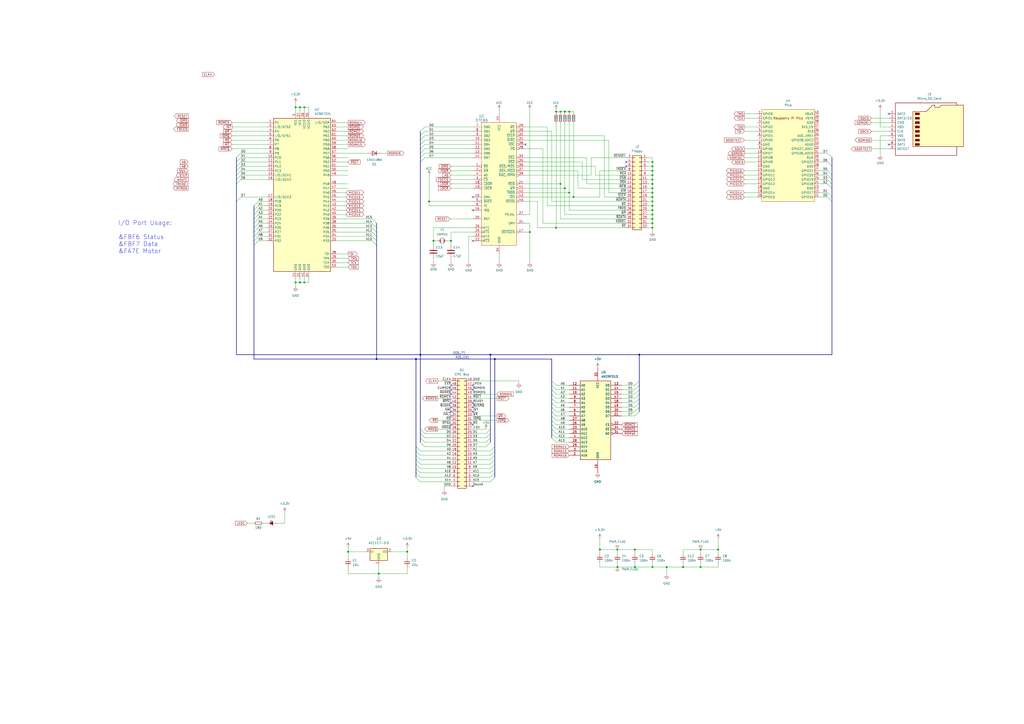
<source format=kicad_sch>
(kicad_sch (version 20230121) (generator eeschema)
  (paper "A2")
  (title_block (title "Vortex F1-D Reproduction") (date "2022-07-14"))
  (junction (at 368.3 318.77))
  (junction (at 368.3 328.93))
  (junction (at 358.14 328.93))
  (junction (at 327.66 109.22))
  (junction (at 176.53 62.23))
  (junction (at 218.44 208.28))
  (junction (at 386.715 328.93))
  (junction (at 251.46 139.7))
  (junction (at 378.46 328.93))
  (junction (at 406.4 328.93))
  (junction (at 243.84 205.74))
  (junction (at 378.46 124.46))
  (junction (at 325.12 64.77))
  (junction (at 332.74 114.3))
  (junction (at 176.53 163.83))
  (junction (at 396.24 328.93))
  (junction (at 358.14 318.77))
  (junction (at 406.4 318.77))
  (junction (at 327.66 64.77))
  (junction (at 378.46 129.54))
  (junction (at 322.58 64.77))
  (junction (at 378.46 132.08))
  (junction (at 307.34 134.62))
  (junction (at 171.45 62.23))
  (junction (at 378.46 93.98))
  (junction (at 173.99 62.23))
  (junction (at 287.02 208.28))
  (junction (at 378.46 101.6))
  (junction (at 378.46 121.92))
  (junction (at 201.93 320.04))
  (junction (at 236.22 320.04))
  (junction (at 248.92 116.84))
  (junction (at 378.46 111.76))
  (junction (at 261.62 139.7))
  (junction (at 370.84 205.74))
  (junction (at 378.46 109.22))
  (junction (at 378.46 114.3))
  (junction (at 171.45 163.83))
  (junction (at 219.71 332.74))
  (junction (at 416.56 318.77))
  (junction (at 330.2 64.77))
  (junction (at 378.46 116.84))
  (junction (at 378.46 127))
  (junction (at 378.46 99.06))
  (junction (at 378.46 96.52))
  (junction (at 173.99 163.83))
  (junction (at 378.46 104.14))
  (junction (at 330.2 111.76))
  (junction (at 347.98 318.77))
  (junction (at 284.48 205.74))
  (junction (at 241.3 208.28))
  (junction (at 322.58 132.08))
  (junction (at 378.46 106.68))
  (junction (at 378.46 119.38))
  (junction (at 325.12 106.68))
  (no_connect (at 274.32 121.92))
  (no_connect (at 363.22 96.52))
  (no_connect (at 261.62 246.38))
  (no_connect (at 304.8 83.82))
  (no_connect (at 274.32 238.76))
  (no_connect (at 274.32 281.94))
  (no_connect (at 261.62 228.6))
  (no_connect (at 261.62 241.3))
  (no_connect (at 261.62 236.22))
  (no_connect (at 274.32 139.7))
  (no_connect (at 274.32 226.06))
  (no_connect (at 274.32 236.22))
  (no_connect (at 261.62 223.52))
  (no_connect (at 261.62 238.76))
  (no_connect (at 274.32 114.3))
  (no_connect (at 261.62 233.68))
  (no_connect (at 363.22 93.98))
  (no_connect (at 274.32 223.52))
  (no_connect (at 261.62 226.06))
  (no_connect (at 515.62 83.82))
  (no_connect (at 274.32 233.68))
  (no_connect (at 274.32 246.38))
  (no_connect (at 515.62 66.04))
  (bus_entry (at 482.6 104.14) (size -2.54 -2.54))
  (bus_entry (at 370.84 228.6) (size -2.54 2.54))
  (bus_entry (at 243.84 83.82) (size 2.54 -2.54))
  (bus_entry (at 241.3 259.08) (size 2.54 2.54))
  (bus_entry (at 320.04 226.06) (size 2.54 2.54))
  (bus_entry (at 241.3 264.16) (size 2.54 2.54))
  (bus_entry (at 370.84 226.06) (size -2.54 2.54))
  (bus_entry (at 137.16 93.98) (size 2.54 -2.54))
  (bus_entry (at 482.6 91.44) (size -2.54 -2.54))
  (bus_entry (at 482.6 101.6) (size -2.54 -2.54))
  (bus_entry (at 320.04 231.14) (size 2.54 2.54))
  (bus_entry (at 320.04 246.38) (size 2.54 2.54))
  (bus_entry (at 320.04 233.68) (size 2.54 2.54))
  (bus_entry (at 320.04 236.22) (size 2.54 2.54))
  (bus_entry (at 215.9 132.08) (size 2.54 2.54))
  (bus_entry (at 370.84 233.68) (size -2.54 2.54))
  (bus_entry (at 241.3 261.62) (size 2.54 2.54))
  (bus_entry (at 215.9 129.54) (size 2.54 2.54))
  (bus_entry (at 320.04 248.92) (size 2.54 2.54))
  (bus_entry (at 370.84 223.52) (size -2.54 2.54))
  (bus_entry (at 370.84 231.14) (size -2.54 2.54))
  (bus_entry (at 137.16 106.68) (size 2.54 -2.54))
  (bus_entry (at 482.6 116.84) (size -2.54 -2.54))
  (bus_entry (at 137.16 99.06) (size 2.54 -2.54))
  (bus_entry (at 370.84 238.76) (size -2.54 2.54))
  (bus_entry (at 243.84 88.9) (size 2.54 -2.54))
  (bus_entry (at 241.3 271.78) (size 2.54 2.54))
  (bus_entry (at 320.04 220.98) (size 2.54 2.54))
  (bus_entry (at 241.3 266.7) (size 2.54 2.54))
  (bus_entry (at 370.84 236.22) (size -2.54 2.54))
  (bus_entry (at 482.6 96.52) (size -2.54 -2.54))
  (bus_entry (at 320.04 251.46) (size 2.54 2.54))
  (bus_entry (at 320.04 228.6) (size 2.54 2.54))
  (bus_entry (at 281.94 251.46) (size 2.54 -2.54))
  (bus_entry (at 320.04 254) (size 2.54 2.54))
  (bus_entry (at 482.6 109.22) (size -2.54 -2.54))
  (bus_entry (at 243.84 86.36) (size 2.54 -2.54))
  (bus_entry (at 149.86 119.38) (size -2.54 2.54))
  (bus_entry (at 482.6 114.3) (size -2.54 -2.54))
  (bus_entry (at 215.9 139.7) (size 2.54 2.54))
  (bus_entry (at 243.84 93.98) (size 2.54 -2.54))
  (bus_entry (at 137.16 101.6) (size 2.54 -2.54))
  (bus_entry (at 482.6 106.68) (size -2.54 -2.54))
  (bus_entry (at 320.04 223.52) (size 2.54 2.54))
  (bus_entry (at 243.84 78.74) (size 2.54 -2.54))
  (bus_entry (at 149.86 116.84) (size -2.54 2.54))
  (bus_entry (at 215.9 134.62) (size 2.54 2.54))
  (bus_entry (at 149.86 124.46) (size -2.54 2.54))
  (bus_entry (at 149.86 127) (size -2.54 2.54))
  (bus_entry (at 149.86 121.92) (size -2.54 2.54))
  (bus_entry (at 149.86 132.08) (size -2.54 2.54))
  (bus_entry (at 149.86 129.54) (size -2.54 2.54))
  (bus_entry (at 149.86 137.16) (size -2.54 2.54))
  (bus_entry (at 149.86 134.62) (size -2.54 2.54))
  (bus_entry (at 149.86 139.7) (size -2.54 2.54))
  (bus_entry (at 137.16 116.84) (size 2.54 -2.54))
  (bus_entry (at 215.9 127) (size 2.54 2.54))
  (bus_entry (at 215.9 137.16) (size 2.54 2.54))
  (bus_entry (at 241.3 269.24) (size 2.54 2.54))
  (bus_entry (at 320.04 243.84) (size 2.54 2.54))
  (bus_entry (at 241.3 274.32) (size 2.54 2.54))
  (bus_entry (at 137.16 104.14) (size 2.54 -2.54))
  (bus_entry (at 241.3 276.86) (size 2.54 2.54))
  (bus_entry (at 320.04 241.3) (size 2.54 2.54))
  (bus_entry (at 320.04 238.76) (size 2.54 2.54))
  (bus_entry (at 243.84 254) (size 2.54 2.54))
  (bus_entry (at 243.84 251.46) (size 2.54 2.54))
  (bus_entry (at 243.84 248.92) (size 2.54 2.54))
  (bus_entry (at 281.94 254) (size 2.54 -2.54))
  (bus_entry (at 281.94 256.54) (size 2.54 -2.54))
  (bus_entry (at 281.94 259.08) (size 2.54 -2.54))
  (bus_entry (at 243.84 256.54) (size 2.54 2.54))
  (bus_entry (at 370.84 220.98) (size -2.54 2.54))
  (bus_entry (at 243.84 81.28) (size 2.54 -2.54))
  (bus_entry (at 137.16 96.52) (size 2.54 -2.54))
  (bus_entry (at 243.84 91.44) (size 2.54 -2.54))
  (bus_entry (at 137.16 91.44) (size 2.54 -2.54))
  (bus_entry (at 243.84 76.2) (size 2.54 -2.54))
  (bus_entry (at 284.48 261.62) (size 2.54 -2.54))
  (bus_entry (at 284.48 279.4) (size 2.54 -2.54))
  (bus_entry (at 284.48 276.86) (size 2.54 -2.54))
  (bus_entry (at 284.48 274.32) (size 2.54 -2.54))
  (bus_entry (at 284.48 271.78) (size 2.54 -2.54))
  (bus_entry (at 284.48 266.7) (size 2.54 -2.54))
  (bus_entry (at 284.48 264.16) (size 2.54 -2.54))
  (bus_entry (at 284.48 269.24) (size 2.54 -2.54))
  (wire (pts (xy 304.8 111.76) (xy 330.2 111.76)))
  (wire (pts (xy 474.98 99.06) (xy 480.06 99.06)))
  (bus (pts (xy 370.84 226.06) (xy 370.84 223.52)))
  (wire (pts (xy 149.86 127) (xy 154.94 127)))
  (wire (pts (xy 201.93 106.68) (xy 195.58 106.68)))
  (wire (pts (xy 431.8 111.76) (xy 439.42 111.76)))
  (wire (pts (xy 274.32 256.54) (xy 281.94 256.54)))
  (wire (pts (xy 317.5 119.38) (xy 363.22 119.38)))
  (wire (pts (xy 274.32 261.62) (xy 284.48 261.62)))
  (wire (pts (xy 149.86 132.08) (xy 154.94 132.08)))
  (bus (pts (xy 137.16 93.98) (xy 137.16 96.52)))
  (wire (pts (xy 246.38 88.9) (xy 274.32 88.9)))
  (wire (pts (xy 195.58 129.54) (xy 215.9 129.54)))
  (wire (pts (xy 261.62 104.14) (xy 274.32 104.14)))
  (wire (pts (xy 248.92 116.84) (xy 248.92 119.38)))
  (wire (pts (xy 347.98 326.39) (xy 347.98 328.93)))
  (wire (pts (xy 353.06 111.76) (xy 353.06 81.28)))
  (bus (pts (xy 482.6 106.68) (xy 482.6 109.22)))
  (wire (pts (xy 322.58 63.5) (xy 322.58 64.77)))
  (wire (pts (xy 304.8 114.3) (xy 332.74 114.3)))
  (wire (pts (xy 173.99 62.23) (xy 171.45 62.23)))
  (wire (pts (xy 378.46 121.92) (xy 378.46 124.46)))
  (wire (pts (xy 195.58 96.52) (xy 201.93 96.52)))
  (bus (pts (xy 482.6 96.52) (xy 482.6 101.6)))
  (wire (pts (xy 274.32 231.14) (xy 288.29 231.14)))
  (wire (pts (xy 274.32 137.16) (xy 271.78 137.16)))
  (bus (pts (xy 320.04 233.68) (xy 320.04 236.22)))
  (wire (pts (xy 274.32 269.24) (xy 284.48 269.24)))
  (wire (pts (xy 271.78 137.16) (xy 271.78 152.4)))
  (wire (pts (xy 375.92 109.22) (xy 378.46 109.22)))
  (bus (pts (xy 482.6 116.84) (xy 482.6 205.74)))
  (wire (pts (xy 406.4 328.93) (xy 396.24 328.93)))
  (wire (pts (xy 134.62 73.66) (xy 154.94 73.66)))
  (wire (pts (xy 274.32 243.84) (xy 288.29 243.84)))
  (wire (pts (xy 236.22 328.93) (xy 236.22 332.74)))
  (wire (pts (xy 431.8 81.28) (xy 439.42 81.28)))
  (bus (pts (xy 243.84 205.74) (xy 243.84 248.92)))
  (bus (pts (xy 147.32 208.28) (xy 218.44 208.28)))
  (wire (pts (xy 304.8 124.46) (xy 307.34 124.46)))
  (wire (pts (xy 378.46 129.54) (xy 378.46 132.08)))
  (wire (pts (xy 257.81 284.48) (xy 257.81 281.94)))
  (wire (pts (xy 363.22 111.76) (xy 353.06 111.76)))
  (wire (pts (xy 236.22 320.04) (xy 236.22 323.85)))
  (wire (pts (xy 363.22 127) (xy 325.12 127)))
  (wire (pts (xy 149.86 124.46) (xy 154.94 124.46)))
  (bus (pts (xy 243.84 205.74) (xy 284.48 205.74)))
  (bus (pts (xy 147.32 137.16) (xy 147.32 139.7)))
  (wire (pts (xy 304.8 73.66) (xy 317.5 73.66)))
  (wire (pts (xy 201.93 147.32) (xy 195.58 147.32)))
  (wire (pts (xy 201.93 332.74) (xy 219.71 332.74)))
  (wire (pts (xy 378.46 96.52) (xy 378.46 99.06)))
  (wire (pts (xy 260.985 127) (xy 274.32 127)))
  (wire (pts (xy 195.58 139.7) (xy 215.9 139.7)))
  (bus (pts (xy 370.84 223.52) (xy 370.84 220.98)))
  (wire (pts (xy 274.32 254) (xy 281.94 254)))
  (wire (pts (xy 243.84 269.24) (xy 261.62 269.24)))
  (bus (pts (xy 482.6 91.44) (xy 482.6 96.52)))
  (wire (pts (xy 396.24 321.31) (xy 396.24 318.77)))
  (bus (pts (xy 243.84 83.82) (xy 243.84 86.36)))
  (wire (pts (xy 431.8 68.58) (xy 439.42 68.58)))
  (bus (pts (xy 218.44 208.28) (xy 241.3 208.28)))
  (wire (pts (xy 149.86 137.16) (xy 154.94 137.16)))
  (wire (pts (xy 337.82 104.14) (xy 363.22 104.14)))
  (bus (pts (xy 147.32 119.38) (xy 147.32 121.92)))
  (wire (pts (xy 322.58 64.77) (xy 322.58 66.04)))
  (bus (pts (xy 287.02 264.16) (xy 287.02 266.7)))
  (wire (pts (xy 289.56 63.5) (xy 289.56 66.04)))
  (wire (pts (xy 212.09 320.04) (xy 201.93 320.04)))
  (wire (pts (xy 505.46 81.28) (xy 515.62 81.28)))
  (wire (pts (xy 139.7 104.14) (xy 154.94 104.14)))
  (wire (pts (xy 327.66 64.77) (xy 325.12 64.77)))
  (bus (pts (xy 137.16 106.68) (xy 137.16 116.84)))
  (wire (pts (xy 347.98 99.06) (xy 363.22 99.06)))
  (wire (pts (xy 360.68 241.3) (xy 368.3 241.3)))
  (wire (pts (xy 386.715 328.93) (xy 378.46 328.93)))
  (wire (pts (xy 139.7 96.52) (xy 154.94 96.52)))
  (wire (pts (xy 347.98 318.77) (xy 358.14 318.77)))
  (wire (pts (xy 243.84 261.62) (xy 261.62 261.62)))
  (wire (pts (xy 307.34 129.54) (xy 307.34 134.62)))
  (wire (pts (xy 304.8 106.68) (xy 325.12 106.68)))
  (wire (pts (xy 274.32 274.32) (xy 284.48 274.32)))
  (wire (pts (xy 505.46 71.12) (xy 515.62 71.12)))
  (wire (pts (xy 375.92 127) (xy 378.46 127)))
  (bus (pts (xy 147.32 134.62) (xy 147.32 137.16)))
  (wire (pts (xy 251.46 132.08) (xy 251.46 139.7)))
  (wire (pts (xy 350.52 114.3) (xy 350.52 78.74)))
  (wire (pts (xy 431.8 86.36) (xy 439.42 86.36)))
  (wire (pts (xy 330.2 71.12) (xy 330.2 111.76)))
  (wire (pts (xy 176.53 163.83) (xy 173.99 163.83)))
  (wire (pts (xy 251.46 139.7) (xy 254 139.7)))
  (bus (pts (xy 241.3 259.08) (xy 241.3 261.62)))
  (wire (pts (xy 360.68 233.68) (xy 368.3 233.68)))
  (wire (pts (xy 257.81 281.94) (xy 261.62 281.94)))
  (wire (pts (xy 322.58 256.54) (xy 330.2 256.54)))
  (wire (pts (xy 322.58 132.08) (xy 363.22 132.08)))
  (wire (pts (xy 375.92 106.68) (xy 378.46 106.68)))
  (wire (pts (xy 431.8 66.04) (xy 439.42 66.04)))
  (bus (pts (xy 320.04 238.76) (xy 320.04 241.3)))
  (wire (pts (xy 236.22 320.04) (xy 236.22 317.5)))
  (wire (pts (xy 274.32 228.6) (xy 288.29 228.6)))
  (wire (pts (xy 201.93 320.04) (xy 201.93 323.85)))
  (wire (pts (xy 330.2 66.04) (xy 330.2 64.77)))
  (bus (pts (xy 320.04 208.28) (xy 320.04 220.98)))
  (wire (pts (xy 246.38 86.36) (xy 274.32 86.36)))
  (wire (pts (xy 304.8 109.22) (xy 327.66 109.22)))
  (wire (pts (xy 261.62 106.68) (xy 274.32 106.68)))
  (bus (pts (xy 287.02 261.62) (xy 287.02 264.16)))
  (wire (pts (xy 304.8 96.52) (xy 345.44 96.52)))
  (wire (pts (xy 134.62 71.12) (xy 154.94 71.12)))
  (wire (pts (xy 347.98 321.31) (xy 347.98 318.77)))
  (wire (pts (xy 474.98 93.98) (xy 480.06 93.98)))
  (wire (pts (xy 149.86 116.84) (xy 154.94 116.84)))
  (wire (pts (xy 375.92 96.52) (xy 378.46 96.52)))
  (wire (pts (xy 243.84 264.16) (xy 261.62 264.16)))
  (wire (pts (xy 322.58 231.14) (xy 330.2 231.14)))
  (bus (pts (xy 243.84 76.2) (xy 243.84 78.74)))
  (wire (pts (xy 134.62 86.36) (xy 154.94 86.36)))
  (wire (pts (xy 201.93 152.4) (xy 195.58 152.4)))
  (wire (pts (xy 246.38 251.46) (xy 261.62 251.46)))
  (wire (pts (xy 360.68 226.06) (xy 368.3 226.06)))
  (wire (pts (xy 340.36 91.44) (xy 340.36 106.68)))
  (wire (pts (xy 274.32 276.86) (xy 284.48 276.86)))
  (wire (pts (xy 474.98 88.9) (xy 480.06 88.9)))
  (wire (pts (xy 345.44 101.6) (xy 363.22 101.6)))
  (wire (pts (xy 195.58 134.62) (xy 215.9 134.62)))
  (bus (pts (xy 137.16 91.44) (xy 137.16 93.98)))
  (wire (pts (xy 431.8 73.66) (xy 439.42 73.66)))
  (bus (pts (xy 287.02 269.24) (xy 287.02 271.78)))
  (wire (pts (xy 261.62 142.24) (xy 261.62 139.7)))
  (wire (pts (xy 201.93 320.04) (xy 201.93 317.5)))
  (wire (pts (xy 200.66 121.92) (xy 195.58 121.92)))
  (wire (pts (xy 322.58 254) (xy 330.2 254)))
  (bus (pts (xy 243.84 93.98) (xy 243.84 205.74)))
  (wire (pts (xy 337.82 93.98) (xy 337.82 104.14)))
  (wire (pts (xy 416.56 321.31) (xy 416.56 318.77)))
  (wire (pts (xy 322.58 246.38) (xy 330.2 246.38)))
  (wire (pts (xy 360.68 223.52) (xy 368.3 223.52)))
  (wire (pts (xy 259.08 139.7) (xy 261.62 139.7)))
  (wire (pts (xy 246.38 83.82) (xy 274.32 83.82)))
  (wire (pts (xy 322.58 238.76) (xy 330.2 238.76)))
  (wire (pts (xy 396.24 318.77) (xy 406.4 318.77)))
  (wire (pts (xy 335.28 109.22) (xy 363.22 109.22)))
  (wire (pts (xy 431.8 114.3) (xy 439.42 114.3)))
  (wire (pts (xy 378.46 101.6) (xy 378.46 104.14)))
  (bus (pts (xy 241.3 208.28) (xy 287.02 208.28)))
  (wire (pts (xy 378.46 132.08) (xy 378.46 134.62)))
  (wire (pts (xy 330.2 111.76) (xy 330.2 121.92)))
  (bus (pts (xy 137.16 104.14) (xy 137.16 106.68)))
  (wire (pts (xy 332.74 114.3) (xy 347.98 114.3)))
  (wire (pts (xy 176.53 62.23) (xy 176.53 64.77)))
  (wire (pts (xy 378.46 119.38) (xy 378.46 121.92)))
  (wire (pts (xy 201.93 154.94) (xy 195.58 154.94)))
  (wire (pts (xy 347.98 312.42) (xy 347.98 318.77)))
  (wire (pts (xy 330.2 64.77) (xy 332.74 64.77)))
  (wire (pts (xy 406.4 321.31) (xy 406.4 318.77)))
  (wire (pts (xy 195.58 99.06) (xy 201.93 99.06)))
  (wire (pts (xy 378.46 127) (xy 378.46 129.54)))
  (wire (pts (xy 332.74 71.12) (xy 332.74 114.3)))
  (wire (pts (xy 368.3 326.39) (xy 368.3 328.93)))
  (wire (pts (xy 325.12 64.77) (xy 322.58 64.77)))
  (wire (pts (xy 386.715 328.93) (xy 386.715 333.375)))
  (bus (pts (xy 482.6 109.22) (xy 482.6 114.3)))
  (bus (pts (xy 137.16 116.84) (xy 137.16 205.74)))
  (bus (pts (xy 241.3 208.28) (xy 241.3 259.08)))
  (wire (pts (xy 248.92 119.38) (xy 274.32 119.38)))
  (wire (pts (xy 340.36 106.68) (xy 363.22 106.68)))
  (wire (pts (xy 152.4 303.53) (xy 154.94 303.53)))
  (wire (pts (xy 314.96 86.36) (xy 304.8 86.36)))
  (bus (pts (xy 320.04 236.22) (xy 320.04 238.76)))
  (wire (pts (xy 139.7 91.44) (xy 154.94 91.44)))
  (wire (pts (xy 347.98 114.3) (xy 347.98 99.06)))
  (wire (pts (xy 307.34 63.5) (xy 307.34 124.46)))
  (wire (pts (xy 474.98 101.6) (xy 480.06 101.6)))
  (wire (pts (xy 246.38 76.2) (xy 274.32 76.2)))
  (wire (pts (xy 179.07 163.83) (xy 176.53 163.83)))
  (bus (pts (xy 284.48 254) (xy 284.48 256.54)))
  (wire (pts (xy 171.45 62.23) (xy 171.45 64.77)))
  (wire (pts (xy 378.46 104.14) (xy 378.46 106.68)))
  (bus (pts (xy 241.3 274.32) (xy 241.3 276.86)))
  (wire (pts (xy 320.04 116.84) (xy 320.04 76.2)))
  (wire (pts (xy 327.66 66.04) (xy 327.66 64.77)))
  (bus (pts (xy 287.02 266.7) (xy 287.02 269.24)))
  (wire (pts (xy 375.92 121.92) (xy 378.46 121.92)))
  (wire (pts (xy 416.56 312.42) (xy 416.56 318.77)))
  (bus (pts (xy 320.04 248.92) (xy 320.04 251.46)))
  (wire (pts (xy 375.92 129.54) (xy 378.46 129.54)))
  (wire (pts (xy 322.58 243.84) (xy 330.2 243.84)))
  (bus (pts (xy 287.02 271.78) (xy 287.02 274.32)))
  (wire (pts (xy 396.24 326.39) (xy 396.24 328.93)))
  (wire (pts (xy 254 231.14) (xy 261.62 231.14)))
  (wire (pts (xy 330.2 64.77) (xy 327.66 64.77)))
  (wire (pts (xy 149.86 134.62) (xy 154.94 134.62)))
  (bus (pts (xy 241.3 271.78) (xy 241.3 274.32)))
  (bus (pts (xy 218.44 129.54) (xy 218.44 132.08)))
  (wire (pts (xy 246.38 91.44) (xy 274.32 91.44)))
  (wire (pts (xy 431.8 88.9) (xy 439.42 88.9)))
  (wire (pts (xy 396.24 328.93) (xy 386.715 328.93)))
  (wire (pts (xy 322.58 223.52) (xy 330.2 223.52)))
  (bus (pts (xy 147.32 124.46) (xy 147.32 127)))
  (wire (pts (xy 378.46 99.06) (xy 378.46 101.6)))
  (wire (pts (xy 363.22 114.3) (xy 350.52 114.3)))
  (wire (pts (xy 243.84 276.86) (xy 261.62 276.86)))
  (wire (pts (xy 139.7 101.6) (xy 154.94 101.6)))
  (wire (pts (xy 474.98 111.76) (xy 480.06 111.76)))
  (wire (pts (xy 378.46 326.39) (xy 378.46 328.93)))
  (wire (pts (xy 195.58 76.2) (xy 201.93 76.2)))
  (wire (pts (xy 195.58 83.82) (xy 201.93 83.82)))
  (wire (pts (xy 179.07 62.23) (xy 176.53 62.23)))
  (bus (pts (xy 370.84 228.6) (xy 370.84 226.06)))
  (wire (pts (xy 289.56 147.32) (xy 289.56 152.4)))
  (wire (pts (xy 304.8 91.44) (xy 340.36 91.44)))
  (wire (pts (xy 406.4 326.39) (xy 406.4 328.93)))
  (wire (pts (xy 416.56 328.93) (xy 406.4 328.93)))
  (wire (pts (xy 350.52 78.74) (xy 304.8 78.74)))
  (bus (pts (xy 287.02 274.32) (xy 287.02 276.86)))
  (wire (pts (xy 261.62 96.52) (xy 274.32 96.52)))
  (wire (pts (xy 200.66 116.84) (xy 195.58 116.84)))
  (wire (pts (xy 353.06 81.28) (xy 304.8 81.28)))
  (wire (pts (xy 246.38 254) (xy 261.62 254)))
  (wire (pts (xy 243.84 279.4) (xy 261.62 279.4)))
  (wire (pts (xy 134.62 78.74) (xy 154.94 78.74)))
  (wire (pts (xy 378.46 91.44) (xy 378.46 93.98)))
  (wire (pts (xy 261.62 101.6) (xy 274.32 101.6)))
  (bus (pts (xy 284.48 205.74) (xy 284.48 248.92)))
  (wire (pts (xy 254 220.98) (xy 261.62 220.98)))
  (wire (pts (xy 311.785 116.84) (xy 304.8 116.84)))
  (bus (pts (xy 320.04 220.98) (xy 320.04 223.52)))
  (wire (pts (xy 248.92 101.6) (xy 248.92 116.84)))
  (bus (pts (xy 137.16 101.6) (xy 137.16 104.14)))
  (wire (pts (xy 327.66 124.46) (xy 363.22 124.46)))
  (wire (pts (xy 368.3 328.93) (xy 358.14 328.93)))
  (wire (pts (xy 274.32 279.4) (xy 284.48 279.4)))
  (wire (pts (xy 171.45 59.69) (xy 171.45 62.23)))
  (wire (pts (xy 195.58 88.9) (xy 213.36 88.9)))
  (bus (pts (xy 243.84 78.74) (xy 243.84 81.28)))
  (wire (pts (xy 378.46 318.77) (xy 368.3 318.77)))
  (bus (pts (xy 241.3 261.62) (xy 241.3 264.16)))
  (wire (pts (xy 195.58 137.16) (xy 215.9 137.16)))
  (wire (pts (xy 431.8 104.14) (xy 439.42 104.14)))
  (wire (pts (xy 246.38 81.28) (xy 274.32 81.28)))
  (wire (pts (xy 325.12 66.04) (xy 325.12 64.77)))
  (wire (pts (xy 322.58 132.08) (xy 311.785 132.08)))
  (wire (pts (xy 320.04 116.84) (xy 363.22 116.84)))
  (wire (pts (xy 474.98 106.68) (xy 480.06 106.68)))
  (wire (pts (xy 378.46 111.76) (xy 378.46 114.3)))
  (wire (pts (xy 360.68 228.6) (xy 368.3 228.6)))
  (wire (pts (xy 363.22 129.54) (xy 314.96 129.54)))
  (wire (pts (xy 200.66 124.46) (xy 195.58 124.46)))
  (bus (pts (xy 370.84 238.76) (xy 370.84 236.22)))
  (wire (pts (xy 375.92 101.6) (xy 378.46 101.6)))
  (wire (pts (xy 322.58 241.3) (xy 330.2 241.3)))
  (wire (pts (xy 200.66 114.3) (xy 195.58 114.3)))
  (wire (pts (xy 378.46 124.46) (xy 378.46 127)))
  (wire (pts (xy 304.8 134.62) (xy 307.34 134.62)))
  (wire (pts (xy 176.53 62.23) (xy 173.99 62.23)))
  (bus (pts (xy 147.32 139.7) (xy 147.32 142.24)))
  (wire (pts (xy 261.62 109.22) (xy 274.32 109.22)))
  (bus (pts (xy 320.04 241.3) (xy 320.04 243.84)))
  (wire (pts (xy 139.7 99.06) (xy 154.94 99.06)))
  (wire (pts (xy 474.98 114.3) (xy 480.06 114.3)))
  (wire (pts (xy 431.8 99.06) (xy 439.42 99.06)))
  (wire (pts (xy 375.92 104.14) (xy 378.46 104.14)))
  (wire (pts (xy 248.92 116.84) (xy 274.32 116.84)))
  (wire (pts (xy 375.92 111.76) (xy 378.46 111.76)))
  (wire (pts (xy 274.32 241.3) (xy 288.29 241.3)))
  (wire (pts (xy 246.38 259.08) (xy 261.62 259.08)))
  (wire (pts (xy 134.62 81.28) (xy 154.94 81.28)))
  (wire (pts (xy 149.86 121.92) (xy 154.94 121.92)))
  (wire (pts (xy 274.32 271.78) (xy 284.48 271.78)))
  (wire (pts (xy 345.44 96.52) (xy 345.44 101.6)))
  (wire (pts (xy 195.58 93.98) (xy 201.93 93.98)))
  (wire (pts (xy 378.46 106.68) (xy 378.46 109.22)))
  (bus (pts (xy 370.84 233.68) (xy 370.84 231.14)))
  (wire (pts (xy 375.92 91.44) (xy 378.46 91.44)))
  (wire (pts (xy 195.58 73.66) (xy 201.93 73.66)))
  (wire (pts (xy 173.99 62.23) (xy 173.99 64.77)))
  (bus (pts (xy 147.32 132.08) (xy 147.32 134.62)))
  (wire (pts (xy 327.66 71.12) (xy 327.66 109.22)))
  (wire (pts (xy 134.62 83.82) (xy 154.94 83.82)))
  (bus (pts (xy 243.84 254) (xy 243.84 256.54)))
  (wire (pts (xy 165.1 303.53) (xy 165.1 297.18)))
  (wire (pts (xy 219.71 327.66) (xy 219.71 332.74)))
  (wire (pts (xy 314.96 129.54) (xy 314.96 86.36)))
  (wire (pts (xy 304.8 101.6) (xy 342.9 101.6)))
  (bus (pts (xy 370.84 236.22) (xy 370.84 233.68)))
  (wire (pts (xy 304.8 93.98) (xy 337.82 93.98)))
  (wire (pts (xy 431.8 93.98) (xy 439.42 93.98)))
  (wire (pts (xy 300.99 220.98) (xy 274.32 220.98)))
  (wire (pts (xy 243.84 271.78) (xy 261.62 271.78)))
  (wire (pts (xy 195.58 127) (xy 215.9 127)))
  (wire (pts (xy 304.8 129.54) (xy 307.34 129.54)))
  (wire (pts (xy 322.58 71.12) (xy 322.58 132.08)))
  (bus (pts (xy 482.6 205.74) (xy 370.84 205.74)))
  (wire (pts (xy 224.79 88.9) (xy 220.98 88.9)))
  (wire (pts (xy 300.99 222.25) (xy 300.99 220.98)))
  (wire (pts (xy 261.62 149.86) (xy 261.62 152.4)))
  (wire (pts (xy 251.46 139.7) (xy 251.46 142.24)))
  (wire (pts (xy 375.92 132.08) (xy 378.46 132.08)))
  (wire (pts (xy 505.46 86.36) (xy 515.62 86.36)))
  (wire (pts (xy 378.46 328.93) (xy 368.3 328.93)))
  (wire (pts (xy 171.45 161.29) (xy 171.45 163.83)))
  (wire (pts (xy 375.92 114.3) (xy 378.46 114.3)))
  (wire (pts (xy 505.46 68.58) (xy 515.62 68.58)))
  (wire (pts (xy 160.02 303.53) (xy 165.1 303.53)))
  (wire (pts (xy 274.32 259.08) (xy 281.94 259.08)))
  (wire (pts (xy 307.34 134.62) (xy 307.34 152.4)))
  (wire (pts (xy 358.14 328.93) (xy 358.14 326.39)))
  (wire (pts (xy 431.8 101.6) (xy 439.42 101.6)))
  (wire (pts (xy 171.45 163.83) (xy 173.99 163.83)))
  (wire (pts (xy 246.38 256.54) (xy 261.62 256.54)))
  (wire (pts (xy 261.62 134.62) (xy 274.32 134.62)))
  (wire (pts (xy 311.785 132.08) (xy 311.785 116.84)))
  (wire (pts (xy 332.74 66.04) (xy 332.74 64.77)))
  (bus (pts (xy 287.02 208.28) (xy 287.02 259.08)))
  (wire (pts (xy 431.8 76.2) (xy 439.42 76.2)))
  (wire (pts (xy 261.62 139.7) (xy 261.62 134.62)))
  (bus (pts (xy 137.16 205.74) (xy 243.84 205.74)))
  (bus (pts (xy 218.44 139.7) (xy 218.44 142.24)))
  (bus (pts (xy 320.04 231.14) (xy 320.04 233.68)))
  (bus (pts (xy 147.32 142.24) (xy 147.32 208.28)))
  (bus (pts (xy 370.84 231.14) (xy 370.84 228.6)))
  (wire (pts (xy 274.32 264.16) (xy 284.48 264.16)))
  (wire (pts (xy 322.58 233.68) (xy 330.2 233.68)))
  (bus (pts (xy 482.6 114.3) (xy 482.6 116.84)))
  (wire (pts (xy 322.58 236.22) (xy 330.2 236.22)))
  (bus (pts (xy 243.84 88.9) (xy 243.84 91.44)))
  (bus (pts (xy 137.16 96.52) (xy 137.16 99.06)))
  (bus (pts (xy 482.6 101.6) (xy 482.6 104.14)))
  (wire (pts (xy 304.8 76.2) (xy 320.04 76.2)))
  (wire (pts (xy 251.46 149.86) (xy 251.46 152.4)))
  (wire (pts (xy 416.56 326.39) (xy 416.56 328.93)))
  (wire (pts (xy 360.68 236.22) (xy 368.3 236.22)))
  (wire (pts (xy 243.84 266.7) (xy 261.62 266.7)))
  (wire (pts (xy 139.7 88.9) (xy 154.94 88.9)))
  (bus (pts (xy 147.32 129.54) (xy 147.32 132.08)))
  (wire (pts (xy 246.38 73.66) (xy 274.32 73.66)))
  (wire (pts (xy 201.93 149.86) (xy 195.58 149.86)))
  (bus (pts (xy 320.04 226.06) (xy 320.04 228.6)))
  (wire (pts (xy 510.54 63.5) (xy 510.54 73.66)))
  (wire (pts (xy 200.66 119.38) (xy 195.58 119.38)))
  (bus (pts (xy 243.84 251.46) (xy 243.84 254)))
  (wire (pts (xy 322.58 226.06) (xy 330.2 226.06)))
  (wire (pts (xy 375.92 99.06) (xy 378.46 99.06)))
  (wire (pts (xy 368.3 318.77) (xy 358.14 318.77)))
  (bus (pts (xy 320.04 251.46) (xy 320.04 254)))
  (bus (pts (xy 320.04 223.52) (xy 320.04 226.06)))
  (bus (pts (xy 320.04 228.6) (xy 320.04 231.14)))
  (wire (pts (xy 195.58 86.36) (xy 201.93 86.36)))
  (bus (pts (xy 218.44 132.08) (xy 218.44 134.62)))
  (wire (pts (xy 227.33 320.04) (xy 236.22 320.04)))
  (wire (pts (xy 195.58 71.12) (xy 201.93 71.12)))
  (wire (pts (xy 243.84 274.32) (xy 261.62 274.32)))
  (wire (pts (xy 176.53 161.29) (xy 176.53 163.83)))
  (wire (pts (xy 510.54 78.74) (xy 510.54 90.17)))
  (wire (pts (xy 195.58 91.44) (xy 201.93 91.44)))
  (bus (pts (xy 287.02 208.28) (xy 320.04 208.28)))
  (wire (pts (xy 201.93 109.22) (xy 195.58 109.22)))
  (wire (pts (xy 431.8 91.44) (xy 439.42 91.44)))
  (bus (pts (xy 284.48 248.92) (xy 284.48 251.46)))
  (bus (pts (xy 243.84 91.44) (xy 243.84 93.98)))
  (wire (pts (xy 322.58 228.6) (xy 330.2 228.6)))
  (wire (pts (xy 261.62 99.06) (xy 274.32 99.06)))
  (wire (pts (xy 274.32 132.08) (xy 251.46 132.08)))
  (wire (pts (xy 368.3 321.31) (xy 368.3 318.77)))
  (wire (pts (xy 274.32 251.46) (xy 281.94 251.46)))
  (wire (pts (xy 139.7 93.98) (xy 154.94 93.98)))
  (bus (pts (xy 218.44 134.62) (xy 218.44 137.16)))
  (wire (pts (xy 378.46 116.84) (xy 378.46 119.38)))
  (bus (pts (xy 137.16 99.06) (xy 137.16 101.6)))
  (wire (pts (xy 378.46 114.3) (xy 378.46 116.84)))
  (wire (pts (xy 139.7 114.3) (xy 154.94 114.3)))
  (wire (pts (xy 322.58 248.92) (xy 330.2 248.92)))
  (wire (pts (xy 149.86 119.38) (xy 154.94 119.38)))
  (wire (pts (xy 195.58 78.74) (xy 201.93 78.74)))
  (wire (pts (xy 254 248.92) (xy 261.62 248.92)))
  (wire (pts (xy 325.12 71.12) (xy 325.12 106.68)))
  (bus (pts (xy 147.32 121.92) (xy 147.32 124.46)))
  (bus (pts (xy 241.3 269.24) (xy 241.3 271.78)))
  (wire (pts (xy 134.62 76.2) (xy 154.94 76.2)))
  (wire (pts (xy 149.86 129.54) (xy 154.94 129.54)))
  (wire (pts (xy 375.92 124.46) (xy 378.46 124.46)))
  (wire (pts (xy 325.12 127) (xy 325.12 106.68)))
  (bus (pts (xy 241.3 264.16) (xy 241.3 266.7)))
  (wire (pts (xy 360.68 238.76) (xy 368.3 238.76)))
  (wire (pts (xy 201.93 101.6) (xy 195.58 101.6)))
  (bus (pts (xy 284.48 251.46) (xy 284.48 254)))
  (bus (pts (xy 320.04 246.38) (xy 320.04 248.92)))
  (wire (pts (xy 347.98 328.93) (xy 358.14 328.93)))
  (wire (pts (xy 360.68 231.14) (xy 368.3 231.14)))
  (wire (pts (xy 236.22 332.74) (xy 219.71 332.74)))
  (wire (pts (xy 335.28 99.06) (xy 335.28 109.22)))
  (wire (pts (xy 173.99 163.83) (xy 173.99 161.29)))
  (bus (pts (xy 218.44 137.16) (xy 218.44 139.7)))
  (bus (pts (xy 370.84 220.98) (xy 370.84 205.74)))
  (wire (pts (xy 406.4 318.77) (xy 416.56 318.77)))
  (wire (pts (xy 195.58 81.28) (xy 201.93 81.28)))
  (wire (pts (xy 246.38 78.74) (xy 274.32 78.74)))
  (wire (pts (xy 274.32 266.7) (xy 284.48 266.7)))
  (wire (pts (xy 378.46 109.22) (xy 378.46 111.76)))
  (wire (pts (xy 505.46 76.2) (xy 515.62 76.2)))
  (bus (pts (xy 370.84 205.74) (xy 284.48 205.74)))
  (wire (pts (xy 317.5 73.66) (xy 317.5 119.38)))
  (wire (pts (xy 358.14 318.77) (xy 358.14 321.31)))
  (wire (pts (xy 149.86 139.7) (xy 154.94 139.7)))
  (wire (pts (xy 195.58 132.08) (xy 215.9 132.08)))
  (wire (pts (xy 375.92 119.38) (xy 378.46 119.38)))
  (bus (pts (xy 243.84 86.36) (xy 243.84 88.9)))
  (wire (pts (xy 143.51 303.53) (xy 147.32 303.53)))
  (wire (pts (xy 378.46 93.98) (xy 378.46 96.52)))
  (wire (pts (xy 219.71 332.74) (xy 219.71 335.28)))
  (wire (pts (xy 342.9 91.44) (xy 363.22 91.44)))
  (wire (pts (xy 363.22 121.92) (xy 330.2 121.92)))
  (wire (pts (xy 254 243.84) (xy 261.62 243.84)))
  (wire (pts (xy 431.8 106.68) (xy 439.42 106.68)))
  (wire (pts (xy 342.9 101.6) (xy 342.9 91.44)))
  (bus (pts (xy 243.84 248.92) (xy 243.84 251.46)))
  (wire (pts (xy 378.46 321.31) (xy 378.46 318.77)))
  (bus (pts (xy 218.44 142.24) (xy 218.44 208.28)))
  (wire (pts (xy 515.62 73.66) (xy 510.54 73.66)))
  (bus (pts (xy 243.84 81.28) (xy 243.84 83.82)))
  (wire (pts (xy 179.07 161.29) (xy 179.07 163.83)))
  (bus (pts (xy 287.02 259.08) (xy 287.02 261.62)))
  (wire (pts (xy 200.66 111.76) (xy 195.58 111.76)))
  (bus (pts (xy 320.04 243.84) (xy 320.04 246.38)))
  (wire (pts (xy 375.92 93.98) (xy 378.46 93.98)))
  (bus (pts (xy 241.3 266.7) (xy 241.3 269.24)))
  (bus (pts (xy 147.32 127) (xy 147.32 129.54)))
  (wire (pts (xy 322.58 251.46) (xy 330.2 251.46)))
  (wire (pts (xy 179.07 64.77) (xy 179.07 62.23)))
  (wire (pts (xy 201.93 328.93) (xy 201.93 332.74)))
  (wire (pts (xy 327.66 109.22) (xy 327.66 124.46)))
  (wire (pts (xy 304.8 99.06) (xy 335.28 99.06)))
  (bus (pts (xy 482.6 104.14) (xy 482.6 106.68)))
  (wire (pts (xy 515.62 78.74) (xy 510.54 78.74)))
  (wire (pts (xy 375.92 116.84) (xy 378.46 116.84)))
  (wire (pts (xy 171.45 163.83) (xy 171.45 166.37)))
  (wire (pts (xy 281.94 248.92) (xy 274.32 248.92)))
  (wire (pts (xy 474.98 104.14) (xy 480.06 104.14)))
  (text "I/O Port Usage:\n\n&FBF6 Status\n&FBF7 Data\n&FA7E Motor" (at 68.58 147.32 0) (effects (font (size 2.54 2.54)) (justify left bottom)))
  (label "~{MEB}" (at 363.22 109.22 180))
  (label "A11" (at 327.66 251.46 180))
  (label "A8" (at 327.66 243.84 180))
  (label "~{HALT}" (at 261.62 241.3 180))
  (label "A4" (at 152.4 127 180))
  (label "D1" (at 480.06 111.76 180))
  (label "D3" (at 274.32 254 0))
  (label "A13" (at 274.32 276.86 0))
  (label "D1" (at 367.03 226.06 180))
  (label "D2" (at 480.06 106.68 180))
  (label "A2" (at 152.4 121.92 180))
  (label "A2" (at 327.66 228.6 180))
  (label "~{WR}" (at 274.32 241.3 0))
  (label "READY" (at 274.32 233.68 0))
  (label "A0" (at 261.62 261.62 180))
  (label "D4" (at 139.7 99.06 0))
  (label "D5" (at 367.03 236.22 180))
  (label "D1" (at 274.32 251.46 0))
  (label "~{MREQ}" (at 261.62 248.92 180))
  (label "~{WE}" (at 363.22 119.38 180))
  (label "~{BUSAK}" (at 261.62 236.22 180))
  (label "D[0..7]" (at 262.89 205.74 0))
  (label "D1" (at 248.92 76.2 0))
  (label "A11" (at 215.9 137.16 180))
  (label "A15" (at 274.32 279.4 0))
  (label "A14" (at 261.62 279.4 180))
  (label "D0" (at 367.03 223.52 180))
  (label "~{NMI}" (at 261.62 238.76 180))
  (label "A8" (at 261.62 271.78 180))
  (label "A7" (at 327.66 241.3 180))
  (label "~{RSET}" (at 274.32 231.14 0))
  (label "~{TRK0}" (at 363.22 121.92 180))
  (label "D4" (at 480.06 101.6 180))
  (label "D3" (at 480.06 104.14 180))
  (label "~{INDEX}" (at 363.22 99.06 180))
  (label "A1" (at 152.4 119.38 180))
  (label "D5" (at 480.06 99.06 180))
  (label "~{IORQ}" (at 274.32 243.84 0))
  (label "~{BUSRQ}" (at 274.32 236.22 0))
  (label "~{DSB}" (at 363.22 104.14 180))
  (label "A5" (at 274.32 266.7 0))
  (label "D6" (at 261.62 259.08 180))
  (label "D3" (at 248.92 81.28 0))
  (label "D6" (at 480.06 93.98 180))
  (label "A9" (at 274.32 271.78 0))
  (label "A13" (at 327.66 256.54 180))
  (label "D5" (at 274.32 256.54 0))
  (label "D7" (at 139.7 114.3 0))
  (label "~{RDATA}" (at 363.22 127 180))
  (label "A5" (at 327.66 236.22 180))
  (label "~{DIR}" (at 363.22 111.76 180))
  (label "~{M1}" (at 274.32 246.38 0))
  (label "CLK4" (at 261.62 220.98 180))
  (label "A3" (at 327.66 231.14 180))
  (label "A10" (at 327.66 248.92 180))
  (label "D6" (at 248.92 88.9 0))
  (label "A10" (at 215.9 139.7 180))
  (label "~{RAMRD}" (at 261.62 228.6 180))
  (label "~{DC}" (at 363.22 132.08 180))
  (label "A2" (at 261.62 264.16 180))
  (label "~{EXP}" (at 261.62 223.52 180))
  (label "A14" (at 215.9 129.54 180))
  (label "ROMDIS" (at 274.32 228.6 0))
  (label "A15" (at 215.9 127 180))
  (label "~{INT}" (at 274.32 238.76 0))
  (label "D7" (at 480.06 88.9 180))
  (label "D3" (at 367.03 231.14 180))
  (label "D2" (at 367.03 228.6 180))
  (label "A6" (at 152.4 132.08 180))
  (label "~{WDATA}" (at 363.22 116.84 180))
  (label "A1" (at 327.66 226.06 180))
  (label "~{HDSEL}" (at 363.22 129.54 180))
  (label "~{ROMEN}" (at 261.62 231.14 180))
  (label "A12" (at 261.62 276.86 180))
  (label "A8" (at 152.4 137.16 180))
  (label "A[0..15]" (at 264.16 208.28 0))
  (label "D6" (at 367.03 238.76 180))
  (label "D2" (at 248.92 78.74 0))
  (label "A0" (at 327.66 223.52 180))
  (label "A10" (at 261.62 274.32 180))
  (label "D6" (at 139.7 104.14 0))
  (label "A9" (at 327.66 246.38 180))
  (label "~{RD}" (at 261.62 243.84 180))
  (label "A6" (at 327.66 238.76 180))
  (label "D4" (at 367.03 233.68 180))
  (label "A0" (at 152.4 116.84 180))
  (label "~{STEP}" (at 363.22 114.3 180))
  (label "A6" (at 261.62 269.24 180))
  (label "CURSOR" (at 261.62 226.06 180))
  (label "D2" (at 139.7 93.98 0))
  (label "~{DSA}" (at 363.22 106.68 180))
  (label "Sound" (at 274.32 281.94 0))
  (label "~{BRST}" (at 261.62 233.68 180))
  (label "A9" (at 152.4 139.7 180))
  (label "D5" (at 139.7 101.6 0))
  (label "D2" (at 261.62 254 180))
  (label "~{DENSEL}" (at 363.22 91.44 180))
  (label "D4" (at 248.92 83.82 0))
  (label "~{MEA}" (at 363.22 101.6 180))
  (label "~{WP}" (at 363.22 124.46 180))
  (label "A3" (at 274.32 264.16 0))
  (label "D7" (at 367.03 241.3 180))
  (label "RAMDIS" (at 274.32 226.06 0))
  (label "D0" (at 248.92 73.66 0))
  (label "A13" (at 215.9 132.08 180))
  (label "LPEN" (at 274.32 223.52 0))
  (label "D1" (at 139.7 91.44 0))
  (label "A4" (at 261.62 266.7 180))
  (label "A12" (at 327.66 254 180))
  (label "~{RFSH}" (at 261.62 246.38 180))
  (label "D0" (at 261.62 251.46 180))
  (label "GND" (at 261.62 281.94 180))
  (label "A12" (at 215.9 134.62 180))
  (label "A7" (at 274.32 269.24 0))
  (label "A3" (at 152.4 124.46 180))
  (label "A5" (at 152.4 129.54 180))
  (label "D0" (at 480.06 114.3 180))
  (label "D3" (at 139.7 96.52 0))
  (label "A4" (at 327.66 233.68 180))
  (label "A1" (at 274.32 261.62 0))
  (label "D7" (at 248.92 91.44 0))
  (label "+5V" (at 274.32 248.92 0))
  (label "D5" (at 248.92 86.36 0))
  (label "D0" (at 139.7 88.9 0))
  (label "A11" (at 274.32 274.32 0))
  (label "A7" (at 152.4 134.62 180))
  (label "D4" (at 261.62 256.54 180))
  (label "GND" (at 274.32 220.98 0))
  (label "D7" (at 274.32 259.08 0))
  (global_label "PICO13" (shape bidirectional) (at 200.66 119.38 0) (property "Intersheetrefs" "${INTERSHEET_REFS}" (effects hide)))
  (global_label "WGATE" (shape output) (at 109.22 104.14 180) (property "Intersheetrefs" "${INTERSHEET_REFS}" (effects hide)))
  (global_label "SDDETECT" (shape output) (at 505.46 86.36 180) (property "Intersheetrefs" "${INTERSHEET_REFS}" (effects hide)))
  (global_label "PICO11" (shape bidirectional) (at 431.8 101.6 180) (property "Intersheetrefs" "${INTERSHEET_REFS}" (effects hide)))
  (global_label "SDMISO" (shape input) (at 431.8 91.44 180) (property "Intersheetrefs" "${INTERSHEET_REFS}" (effects hide)))
  (global_label "PICO10" (shape bidirectional) (at 431.8 99.06 180) (property "Intersheetrefs" "${INTERSHEET_REFS}" (effects hide)))
  (global_label "ROMA14" (shape output) (at 201.93 71.12 0) (property "Intersheetrefs" "${INTERSHEET_REFS}" (effects hide)))
  (global_label "SDCS" (shape input) (at 505.46 68.58 180) (property "Intersheetrefs" "${INTERSHEET_REFS}" (effects hide)))
  (global_label "~{ROMCE}" (shape input) (at 360.68 246.38 0) (property "Intersheetrefs" "${INTERSHEET_REFS}" (effects hide)))
  (global_label "~{RSET}" (shape input) (at 201.93 93.98 0) (property "Intersheetrefs" "${INTERSHEET_REFS}" (effects hide)))
  (global_label "~{RD}" (shape output) (at 254 243.84 180) (property "Intersheetrefs" "${INTERSHEET_REFS}" (effects hide)))
  (global_label "PICO13" (shape bidirectional) (at 431.8 106.68 180) (property "Intersheetrefs" "${INTERSHEET_REFS}" (effects hide)))
  (global_label "PICO14" (shape bidirectional) (at 200.66 121.92 0) (property "Intersheetrefs" "${INTERSHEET_REFS}" (effects hide)))
  (global_label "~{IORQ}" (shape output) (at 288.29 243.84 0) (property "Intersheetrefs" "${INTERSHEET_REFS}" (effects hide)))
  (global_label "TDI" (shape input) (at 431.8 76.2 180) (property "Intersheetrefs" "${INTERSHEET_REFS}" (effects hide)))
  (global_label "RESET" (shape output) (at 109.22 67.31 180) (property "Intersheetrefs" "${INTERSHEET_REFS}" (effects hide)))
  (global_label "CLK4" (shape input) (at 124.46 43.18 180) (property "Intersheetrefs" "${INTERSHEET_REFS}" (effects hide)))
  (global_label "~{IOWR}" (shape output) (at 109.22 72.39 180) (property "Intersheetrefs" "${INTERSHEET_REFS}" (effects hide)))
  (global_label "TDO" (shape output) (at 431.8 73.66 180) (property "Intersheetrefs" "${INTERSHEET_REFS}" (effects hide)))
  (global_label "~{LDOR}" (shape input) (at 261.62 106.68 180) (property "Intersheetrefs" "${INTERSHEET_REFS}" (effects hide)))
  (global_label "ROMA14" (shape input) (at 330.2 259.08 180) (property "Intersheetrefs" "${INTERSHEET_REFS}" (effects hide)))
  (global_label "SDCK" (shape input) (at 505.46 76.2 180) (property "Intersheetrefs" "${INTERSHEET_REFS}" (effects hide)))
  (global_label "A9" (shape input) (at 109.22 93.98 180) (property "Intersheetrefs" "${INTERSHEET_REFS}" (effects hide)))
  (global_label "PICO12" (shape bidirectional) (at 200.66 116.84 0) (property "Intersheetrefs" "${INTERSHEET_REFS}" (effects hide)))
  (global_label "PICO12" (shape bidirectional) (at 431.8 104.14 180) (property "Intersheetrefs" "${INTERSHEET_REFS}" (effects hide)))
  (global_label "TRK00" (shape input) (at 109.22 106.68 180) (property "Intersheetrefs" "${INTERSHEET_REFS}" (effects hide)))
  (global_label "~{ROMCE}" (shape output) (at 201.93 76.2 0) (property "Intersheetrefs" "${INTERSHEET_REFS}" (effects hide)))
  (global_label "RESET" (shape input) (at 260.985 127 180) (property "Intersheetrefs" "${INTERSHEET_REFS}" (effects hide)))
  (global_label "~{LDCR}" (shape input) (at 261.62 109.22 180) (property "Intersheetrefs" "${INTERSHEET_REFS}" (effects hide)))
  (global_label "SDDETECT" (shape input) (at 431.8 81.28 180) (property "Intersheetrefs" "${INTERSHEET_REFS}" (effects hide)))
  (global_label "SDMOSI" (shape output) (at 431.8 88.9 180) (property "Intersheetrefs" "${INTERSHEET_REFS}" (effects hide)))
  (global_label "PICO10" (shape bidirectional) (at 200.66 114.3 0) (property "Intersheetrefs" "${INTERSHEET_REFS}" (effects hide)))
  (global_label "TMS" (shape input) (at 201.93 149.86 0) (property "Intersheetrefs" "${INTERSHEET_REFS}" (effects hide)))
  (global_label "SDCK" (shape output) (at 431.8 86.36 180) (property "Intersheetrefs" "${INTERSHEET_REFS}" (effects hide)))
  (global_label "SDCS" (shape output) (at 431.8 93.98 180) (property "Intersheetrefs" "${INTERSHEET_REFS}" (effects hide)))
  (global_label "PICO11" (shape bidirectional) (at 200.66 111.76 0) (property "Intersheetrefs" "${INTERSHEET_REFS}" (effects hide)))
  (global_label "A8" (shape input) (at 109.22 96.52 180) (property "Intersheetrefs" "${INTERSHEET_REFS}" (effects hide)))
  (global_label "CLK4" (shape output) (at 254 220.98 180) (property "Intersheetrefs" "${INTERSHEET_REFS}" (effects hide)))
  (global_label "~{FDCCS}" (shape input) (at 261.62 104.14 180) (property "Intersheetrefs" "${INTERSHEET_REFS}" (effects hide)))
  (global_label "PICO15" (shape bidirectional) (at 431.8 114.3 180) (property "Intersheetrefs" "${INTERSHEET_REFS}" (effects hide)))
  (global_label "~{WR}" (shape output) (at 288.29 241.3 0) (property "Intersheetrefs" "${INTERSHEET_REFS}" (effects hide)))
  (global_label "MTRON" (shape output) (at 109.22 109.22 180) (property "Intersheetrefs" "${INTERSHEET_REFS}" (effects hide)))
  (global_label "A0" (shape input) (at 261.62 101.6 180) (property "Intersheetrefs" "${INTERSHEET_REFS}" (effects hide)))
  (global_label "ROMA16" (shape output) (at 201.93 81.28 0) (property "Intersheetrefs" "${INTERSHEET_REFS}" (effects hide)))
  (global_label "~{ROMEN}" (shape output) (at 254 231.14 180) (property "Intersheetrefs" "${INTERSHEET_REFS}" (effects hide)))
  (global_label "ROMDIS" (shape input) (at 288.29 228.6 0) (property "Intersheetrefs" "${INTERSHEET_REFS}" (effects hide)))
  (global_label "~{IOWR}" (shape input) (at 261.62 99.06 180) (property "Intersheetrefs" "${INTERSHEET_REFS}" (effects hide)))
  (global_label "TDO" (shape input) (at 201.93 154.94 0) (property "Intersheetrefs" "${INTERSHEET_REFS}" (effects hide)))
  (global_label "~{MREQ}" (shape input) (at 134.62 86.36 180) (property "Intersheetrefs" "${INTERSHEET_REFS}" (effects hide)))
  (global_label "~{IORD}" (shape output) (at 109.22 69.85 180) (property "Intersheetrefs" "${INTERSHEET_REFS}" (effects hide)))
  (global_label "LED1" (shape input) (at 143.51 303.53 180) (property "Intersheetrefs" "${INTERSHEET_REFS}" (effects hide)))
  (global_label "~{WR}" (shape input) (at 134.62 76.2 180) (property "Intersheetrefs" "${INTERSHEET_REFS}" (effects hide)))
  (global_label "~{IORD}" (shape input) (at 261.62 96.52 180) (property "Intersheetrefs" "${INTERSHEET_REFS}" (effects hide)))
  (global_label "SDMISO" (shape output) (at 505.46 81.28 180) (property "Intersheetrefs" "${INTERSHEET_REFS}" (effects hide)))
  (global_label "ROMA15" (shape input) (at 330.2 261.62 180) (property "Intersheetrefs" "${INTERSHEET_REFS}" (effects hide)))
  (global_label "~{M1}" (shape input) (at 134.62 83.82 180) (property "Intersheetrefs" "${INTERSHEET_REFS}" (effects hide)))
  (global_label "~{IORQ}" (shape input) (at 134.62 78.74 180) (property "Intersheetrefs" "${INTERSHEET_REFS}" (effects hide)))
  (global_label "ROMA15" (shape output) (at 201.93 83.82 0) (property "Intersheetrefs" "${INTERSHEET_REFS}" (effects hide)))
  (global_label "~{FDCCS}" (shape output) (at 109.22 74.93 180) (property "Intersheetrefs" "${INTERSHEET_REFS}" (effects hide)))
  (global_label "~{INT}" (shape output) (at 134.62 73.66 180) (property "Intersheetrefs" "${INTERSHEET_REFS}" (effects hide)))
  (global_label "ROMDIS" (shape output) (at 224.79 88.9 0) (property "Intersheetrefs" "${INTERSHEET_REFS}" (effects hide)))
  (global_label "TCK" (shape input) (at 201.93 152.4 0) (property "Intersheetrefs" "${INTERSHEET_REFS}" (effects hide)))
  (global_label "PICO15" (shape bidirectional) (at 200.66 124.46 0) (property "Intersheetrefs" "${INTERSHEET_REFS}" (effects hide)))
  (global_label "TCK" (shape output) (at 431.8 68.58 180) (property "Intersheetrefs" "${INTERSHEET_REFS}" (effects hide)))
  (global_label "TMS" (shape output) (at 431.8 66.04 180) (property "Intersheetrefs" "${INTERSHEET_REFS}" (effects hide)))
  (global_label "~{RSET}" (shape output) (at 288.29 231.14 0) (property "Intersheetrefs" "${INTERSHEET_REFS}" (effects hide)))
  (global_label "TDI" (shape output) (at 201.93 147.32 0) (property "Intersheetrefs" "${INTERSHEET_REFS}" (effects hide)))
  (global_label "PICO14" (shape bidirectional) (at 431.8 111.76 180) (property "Intersheetrefs" "${INTERSHEET_REFS}" (effects hide)))
  (global_label "STEP" (shape output) (at 109.22 101.6 180) (property "Intersheetrefs" "${INTERSHEET_REFS}" (effects hide)))
  (global_label "~{ROMWE}" (shape output) (at 201.93 78.74 0) (property "Intersheetrefs" "${INTERSHEET_REFS}" (effects hide)))
  (global_label "~{ROMOE}" (shape input) (at 360.68 248.92 0) (property "Intersheetrefs" "${INTERSHEET_REFS}" (effects hide)))
  (global_label "ROMA16" (shape input) (at 330.2 264.16 180) (property "Intersheetrefs" "${INTERSHEET_REFS}" (effects hide)))
  (global_label "~{RD}" (shape input) (at 134.62 81.28 180) (property "Intersheetrefs" "${INTERSHEET_REFS}" (effects hide)))
  (global_label "~{ROMOE}" (shape output) (at 201.93 73.66 0) (property "Intersheetrefs" "${INTERSHEET_REFS}" (effects hide)))
  (global_label "~{ROMWE}" (shape input) (at 360.68 251.46 0) (property "Intersheetrefs" "${INTERSHEET_REFS}" (effects hide)))
  (global_label "~{MREQ}" (shape output) (at 254 248.92 180) (property "Intersheetrefs" "${INTERSHEET_REFS}" (effects hide)))
  (global_label "SDMOSI" (shape input) (at 505.46 71.12 180) (property "Intersheetrefs" "${INTERSHEET_REFS}" (effects hide)))
  (global_label "SW4" (shape input) (at 109.22 99.06 180) (property "Intersheetrefs" "${INTERSHEET_REFS}" (effects hide)))
  (global_label "~{ROMEN}" (shape input) (at 134.62 71.12 180) (property "Intersheetrefs" "${INTERSHEET_REFS}" (effects hide)))
  (symbol (lib_id "Device:C_Small") (at 406.4 323.85 0) (unit 1)
    (property "Reference" "C7" (at 408.94 322.5862 0) (effects (justify left)))
    (property "Value" "100n" (at 408.94 325.1262 0) (effects (justify left)))
    (property "Footprint" "Capacitor_SMD:C_0603_1608Metric_Pad1.08x0.95mm_HandSolder" (effects hide))
  )
  (symbol (lib_id "Device:C_Small") (at 396.24 323.85 0) (unit 1)
    (property "Reference" "C12" (at 398.78 322.5862 0) (effects (justify left)))
    (property "Value" "100n" (at 398.78 325.1262 0) (effects (justify left)))
    (property "Footprint" "Capacitor_SMD:C_0603_1608Metric_Pad1.08x0.95mm_HandSolder" (effects hide))
  )
  (symbol (lib_id "Device:C_Small") (at 347.98 323.85 0) (unit 1)
    (property "Reference" "C3" (at 350.52 322.5862 0) (effects (justify left)))
    (property "Value" "100n" (at 350.52 325.1262 0) (effects (justify left)))
    (property "Footprint" "Capacitor_SMD:C_0603_1608Metric_Pad1.08x0.95mm_HandSolder" (effects hide))
  )
  (symbol (lib_id "power:+5V") (at 416.56 312.42 0) (unit 1)
    (property "Reference" "#PWR030" (effects hide))
    (property "Value" "+5V" (at 416.56 307.34 0))
  )
  (symbol (lib_id "Regulator_Linear:AZ1117-3.3") (at 219.71 320.04 0) (unit 1)
    (property "Reference" "U3" (at 219.71 312.42 0))
    (property "Value" "AZ1117-3.3" (at 219.71 314.96 0))
    (property "Footprint" "Package_TO_SOT_SMD:SOT-223-3_TabPin2" (effects hide))
    (property "Datasheet" "https://www.diodes.com/assets/Datasheets/AZ1117.pdf" (effects hide))
  )
  (symbol (lib_id "power:+5V") (at 201.93 317.5 0) (unit 1)
    (property "Reference" "#PWR012" (effects hide))
    (property "Value" "+5V" (at 201.93 312.42 0))
  )
  (symbol (lib_id "Device:Crystal_Small") (at 256.54 139.7 0) (unit 1)
    (property "Reference" "Y1" (at 256.54 133.35 0))
    (property "Value" "16MHz" (at 256.54 135.89 0))
    (property "Footprint" "Crystal:Crystal_SMD_7050-4Pin_7.0x5.0mm" (effects hide))
  )
  (symbol (lib_id "Device:C") (at 251.46 146.05 0) (unit 1)
    (property "Reference" "C13" (at 252.73 143.51 0) (effects (justify left)))
    (property "Value" "15pF" (at 252.73 148.59 0) (effects (justify left)))
    (property "Footprint" "Capacitor_SMD:C_0603_1608Metric_Pad1.08x0.95mm_HandSolder" (effects hide))
  )
  (symbol (lib_id "power:GND") (at 171.45 166.37 0) (unit 1)
    (property "Reference" "#PWR011" (effects hide))
    (property "Value" "GND" (at 171.45 171.45 0))
  )
  (symbol (lib_id "Device:C_Small") (at 378.46 323.85 0) (unit 1)
    (property "Reference" "C6" (at 381 322.5862 0) (effects (justify left)))
    (property "Value" "100n" (at 381 325.1262 0) (effects (justify left)))
    (property "Footprint" "Capacitor_SMD:C_0603_1608Metric_Pad1.08x0.95mm_HandSolder" (effects hide))
  )
  (symbol (lib_id "power:GND") (at 219.71 335.28 0) (unit 1)
    (property "Reference" "#PWR016" (effects hide))
    (property "Value" "GND" (at 219.71 340.36 0))
  )
  (symbol (lib_id "Device:R_Small") (at 149.86 303.53 90) (unit 1)
    (property "Reference" "R1" (at 149.86 300.99 90))
    (property "Value" "180" (at 149.86 306.07 90))
    (property "Footprint" "Resistor_SMD:R_0603_1608Metric_Pad0.98x0.95mm_HandSolder" (effects hide))
  )
  (symbol (lib_id "power:VCC") (at 307.34 63.5 0) (mirror y) (unit 1)
    (property "Reference" "#PWR014" (effects hide))
    (property "Value" "VCC" (at 307.34 59.69 0))
  )
  (symbol (lib_id "Memory_Flash:29F010-TSOP-SP") (at 345.44 243.84 0) (unit 1)
    (property "Reference" "U5" (at 348.7294 215.9 0) (effects (justify left)))
    (property "Value" "AM29F010" (at 348.7294 218.44 0) (effects (justify left)))
    (property "Footprint" "Package_LCC:PLCC-32_11.4x14.0mm_P1.27mm" (effects hide))
    (property "Datasheet" "https://www.eit.lth.se/fileadmin/eit/courses/datablad/Memory/Flash/Am29F010.pdf" (effects hide))
  )
  (symbol (lib_id "my_components:37C65-PLCC") (at 289.56 104.14 0) (unit 1)
    (property "Reference" "U1" (at 279.4 67.31 0) (effects (font (size 1.524 1.524))))
    (property "Value" "37C65" (at 279.4 69.85 0) (effects (font (size 1.524 1.524))))
    (property "Footprint" "Package_LCC:PLCC-44" (effects hide))
  )
  (symbol (lib_id "power:+3.3V") (at 171.45 59.69 0) (unit 1)
    (property "Reference" "#PWR010" (effects hide))
    (property "Value" "+3.3V" (at 171.45 54.61 0))
  )
  (symbol (lib_id "power:PWR_FLAG") (at 406.4 318.77 0) (unit 1)
    (property "Reference" "#FLG0101" (effects hide))
    (property "Value" "PWR_FLAG" (at 406.4 314.198 0))
  )
  (symbol (lib_id "power:GND") (at 307.34 152.4 0) (unit 1)
    (property "Reference" "#PWR015" (effects hide))
    (property "Value" "GND" (at 307.467 156.7942 0))
  )
  (symbol (lib_id "power:+5V") (at 281.94 248.92 0) (unit 1)
    (property "Reference" "#PWR025" (effects hide))
    (property "Value" "+5V" (at 281.94 245.1582 0))
  )
  (symbol (lib_id "power:VCC") (at 248.92 101.6 0) (unit 1)
    (property "Reference" "#PWR06" (effects hide))
    (property "Value" "VCC" (at 248.92 97.79 0))
  )
  (symbol (lib_id "Diode:1N4148W") (at 217.17 88.9 180) (unit 1)
    (property "Reference" "D1" (at 217.17 95.25 0))
    (property "Value" "1N4148W" (at 217.17 92.71 0))
    (property "Footprint" "Diode_SMD:D_SOD-123" (effects hide))
    (property "Datasheet" "https://www.vishay.com/docs/85748/1n4148w.pdf" (effects hide))
  )
  (symbol (lib_id "power:GND") (at 386.715 333.375 0) (unit 1)
    (property "Reference" "#PWR031" (effects hide))
    (property "Value" "GND" (at 386.715 338.455 0))
  )
  (symbol (lib_id "power:PWR_FLAG") (at 358.14 318.77 0) (unit 1)
    (property "Reference" "#FLG01" (effects hide))
    (property "Value" "PWR_FLAG" (at 358.14 314.198 0))
  )
  (symbol (lib_id "power:+5V") (at 346.71 213.36 0) (unit 1)
    (property "Reference" "#PWR027" (effects hide))
    (property "Value" "+5V" (at 346.71 208.28 0))
  )
  (symbol (lib_id "power:GND") (at 289.56 152.4 0) (unit 1)
    (property "Reference" "#PWR013" (effects hide))
    (property "Value" "GND" (at 289.687 156.7942 0))
  )
  (symbol (lib_id "Connector:Micro_SD_Card") (at 538.48 73.66 0) (unit 1)
    (property "Reference" "J3" (at 539.115 54.61 0))
    (property "Value" "Micro_SD_Card" (at 539.115 57.15 0))
    (property "Footprint" "project:J_SD_Card-micro_socket_A" (effects hide))
    (property "Datasheet" "http://katalog.we-online.de/em/datasheet/693072010801.pdf" (effects hide))
  )
  (symbol (lib_id "Device:R_Small") (at 330.2 68.58 180) (unit 1)
    (property "Reference" "R5" (effects hide))
    (property "Value" "150" (at 330.2 68.58 90) (effects (font (size 1 1))))
    (property "Footprint" "Resistor_SMD:R_0603_1608Metric_Pad0.98x0.95mm_HandSolder" (effects hide))
  )
  (symbol (lib_id "power:GND") (at 257.81 284.48 0) (unit 1)
    (property "Reference" "#PWR019" (effects hide))
    (property "Value" "GND" (at 257.81 289.56 0))
  )
  (symbol (lib_id "power:VCC") (at 289.56 63.5 0) (unit 1)
    (property "Reference" "#PWR09" (effects hide))
    (property "Value" "VCC" (at 289.56 59.69 0))
  )
  (symbol (lib_id "power:+3.3V") (at 165.1 297.18 0) (unit 1)
    (property "Reference" "#PWR05" (effects hide))
    (property "Value" "+3.3V" (at 165.1 292.1 0))
  )
  (symbol (lib_id "power:GND") (at 378.46 134.62 0) (unit 1)
    (property "Reference" "#PWR020" (effects hide))
    (property "Value" "GND" (at 378.587 139.0142 0))
  )
  (symbol (lib_id "Connector_Generic:Conn_02x25_Odd_Even") (at 269.24 251.46 180) (unit 1)
    (property "Reference" "S1" (at 267.97 214.63 0))
    (property "Value" "CPC Bus" (at 267.97 217.17 0))
    (property "Footprint" "Connector_IDC:IDC-Header_2x25_P2.54mm_Horizontal" (effects hide))
  )
  (symbol (lib_id "Device:LED_Small_Filled") (at 157.48 303.53 0) (unit 1)
    (property "Reference" "LED1" (at 157.5435 299.72 0))
    (property "Value" "STATUS" (effects hide))
    (property "Footprint" "LED_SMD:LED_0805_2012Metric_Pad1.15x1.40mm_HandSolder" (effects hide))
  )
  (symbol (lib_id "Device:C_Small") (at 236.22 326.39 0) (unit 1)
    (property "Reference" "C2" (at 238.76 325.1262 0) (effects (justify left)))
    (property "Value" "22u" (at 238.76 327.6662 0) (effects (justify left)))
    (property "Footprint" "Capacitor_SMD:C_0603_1608Metric_Pad1.08x0.95mm_HandSolder" (effects hide))
  )
  (symbol (lib_id "power:GND") (at 300.99 222.25 0) (unit 1)
    (property "Reference" "#PWR026" (effects hide))
    (property "Value" "GND" (at 300.99 227.33 0))
  )
  (symbol (lib_id "power:VCC") (at 322.58 63.5 0) (mirror y) (unit 1)
    (property "Reference" "#PWR018" (effects hide))
    (property "Value" "VCC" (at 322.58 59.69 0))
  )
  (symbol (lib_id "Connector_Generic:Conn_02x17_Odd_Even") (at 370.84 111.76 0) (mirror y) (unit 1)
    (property "Reference" "J2" (at 369.57 85.09 0))
    (property "Value" "Floppy" (at 369.57 87.63 0))
    (property "Footprint" "Connector_PinHeader_2.54mm:PinHeader_2x17_P2.54mm_Horizontal" (effects hide))
  )
  (symbol (lib_id "Device:C") (at 261.62 146.05 0) (unit 1)
    (property "Reference" "C14" (at 262.89 143.51 0) (effects (justify left)))
    (property "Value" "47pF" (at 262.89 148.59 0) (effects (justify left)))
    (property "Footprint" "Capacitor_SMD:C_0603_1608Metric_Pad1.08x0.95mm_HandSolder" (effects hide))
  )
  (symbol (lib_id "Device:R_Small") (at 332.74 68.58 180) (unit 1)
    (property "Reference" "R6" (effects hide))
    (property "Value" "150" (at 332.74 68.58 90) (effects (font (size 1 1))))
    (property "Footprint" "Resistor_SMD:R_0603_1608Metric_Pad0.98x0.95mm_HandSolder" (effects hide))
  )
  (symbol (lib_id "CPLD_Xilinx:XC9572XL-VQ64") (at 175.26 107.95 0) (unit 1)
    (property "Reference" "U2" (at 182.3594 63.5 0) (effects (justify left)))
    (property "Value" "XC9572XL" (at 182.3594 66.04 0) (effects (justify left)))
    (property "Footprint" "Package_QFP:TQFP-64_10x10mm_P0.5mm" (effects hide))
    (property "Datasheet" "http://www.xilinx.com/support/documentation/data_sheets/ds057.pdf" (effects hide))
  )
  (symbol (lib_id "Device:C_Small") (at 416.56 323.85 0) (unit 1)
    (property "Reference" "C8" (at 419.1 322.5862 0) (effects (justify left)))
    (property "Value" "100n" (at 419.1 325.1262 0) (effects (justify left)))
    (property "Footprint" "Capacitor_SMD:C_0603_1608Metric_Pad1.08x0.95mm_HandSolder" (effects hide))
  )
  (symbol (lib_id "Device:C_Small") (at 358.14 323.85 0) (unit 1)
    (property "Reference" "C4" (at 360.68 322.5862 0) (effects (justify left)))
    (property "Value" "100n" (at 360.68 325.1262 0) (effects (justify left)))
    (property "Footprint" "Capacitor_SMD:C_0603_1608Metric_Pad1.08x0.95mm_HandSolder" (effects hide))
  )
  (symbol (lib_id "Device:R_Small") (at 322.58 68.58 180) (unit 1)
    (property "Reference" "R2" (effects hide))
    (property "Value" "150" (at 322.58 68.58 90) (effects (font (size 1 1))))
    (property "Footprint" "Resistor_SMD:R_0603_1608Metric_Pad0.98x0.95mm_HandSolder" (effects hide))
  )
  (symbol (lib_id "Device:C_Small") (at 368.3 323.85 0) (unit 1)
    (property "Reference" "C5" (at 370.84 322.5862 0) (effects (justify left)))
    (property "Value" "100n" (at 370.84 325.1262 0) (effects (justify left)))
    (property "Footprint" "Capacitor_SMD:C_0603_1608Metric_Pad1.08x0.95mm_HandSolder" (effects hide))
  )
  (symbol (lib_id "power:GND") (at 271.78 152.4 0) (unit 1)
    (property "Reference" "#PWR08" (effects hide))
    (property "Value" "GND" (at 271.907 156.7942 0))
  )
  (symbol (lib_id "Device:R_Small") (at 325.12 68.58 180) (unit 1)
    (property "Reference" "R3" (effects hide))
    (property "Value" "150" (at 325.12 68.58 90) (effects (font (size 1 1))))
    (property "Footprint" "Resistor_SMD:R_0603_1608Metric_Pad0.98x0.95mm_HandSolder" (effects hide))
  )
  (symbol (lib_id "Device:R_Small") (at 327.66 68.58 180) (unit 1)
    (property "Reference" "R4" (effects hide))
    (property "Value" "150" (at 327.66 68.58 90) (effects (font (size 1 1))))
    (property "Footprint" "Resistor_SMD:R_0603_1608Metric_Pad0.98x0.95mm_HandSolder" (effects hide))
  )
  (symbol (lib_id "power:+3.3V") (at 236.22 317.5 0) (unit 1)
    (property "Reference" "#PWR017" (effects hide))
    (property "Value" "+3.3V" (at 236.22 312.42 0))
  )
  (symbol (lib_id "power:+3.3V") (at 510.54 63.5 0) (unit 1)
    (property "Reference" "#PWR02" (effects hide))
    (property "Value" "+3.3V" (at 510.54 58.42 0))
  )
  (symbol (lib_id "power:GND") (at 251.46 152.4 0) (unit 1)
    (property "Reference" "#PWR04" (effects hide))
    (property "Value" "GND" (at 251.46 156.21 0))
  )
  (symbol (lib_id "power:GND") (at 261.62 152.4 0) (unit 1)
    (property "Reference" "#PWR07" (effects hide))
    (property "Value" "GND" (at 261.62 156.21 0))
  )
  (symbol (lib_id "Device:C_Small") (at 201.93 326.39 0) (unit 1)
    (property "Reference" "C1" (at 204.47 325.1262 0) (effects (justify left)))
    (property "Value" "10u" (at 204.47 327.6662 0) (effects (justify left)))
    (property "Footprint" "Capacitor_SMD:C_0603_1608Metric_Pad1.08x0.95mm_HandSolder" (effects hide))
  )
  (symbol (lib_id "MCU_RaspberryPi_and_Boards:Pico") (at 457.2 90.17 0) (unit 1)
    (property "Reference" "U4" (at 457.2 58.42 0))
    (property "Value" "Pico" (at 457.2 60.96 0))
    (property "Footprint" "MCU_RaspberryPi_and_Boards:RPi_Pico_SMD_TH" (effects hide))
  )
  (symbol (lib_id "power:GND") (at 346.71 274.32 0) (unit 1)
    (property "Reference" "#PWR028" (effects hide))
    (property "Value" "GND" (at 346.71 279.4 0))
  )
  (symbol (lib_id "power:+3.3V") (at 347.98 312.42 0) (unit 1)
    (property "Reference" "#PWR029" (effects hide))
    (property "Value" "+3.3V" (at 347.98 307.34 0))
  )
  (symbol (lib_id "power:GND") (at 510.54 90.17 0) (unit 1)
    (property "Reference" "#PWR01" (effects hide))
    (property "Value" "GND" (at 510.667 94.5642 0))
  )
  (symbol (lib_id "power:PWR_FLAG") (at 358.14 328.93 180) (unit 1)
    (property "Reference" "#FLG02" (effects hide))
    (property "Value" "PWR_FLAG" (at 360.68 330.1999 0) (effects (justify right)))
  )
)
</source>
